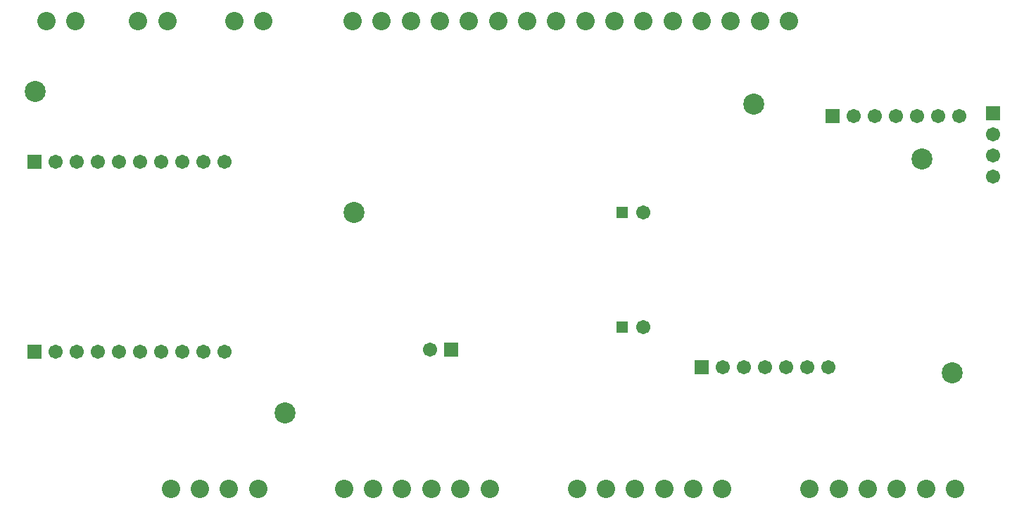
<source format=gbs>
G04*
G04 #@! TF.GenerationSoftware,Altium Limited,Altium Designer,21.0.9 (235)*
G04*
G04 Layer_Color=16711935*
%FSLAX25Y25*%
%MOIN*%
G70*
G04*
G04 #@! TF.SameCoordinates,A275BC4C-76E1-47BA-AFC5-B931A1449514*
G04*
G04*
G04 #@! TF.FilePolarity,Negative*
G04*
G01*
G75*
%ADD26C,0.09953*%
%ADD27R,0.06706X0.06706*%
%ADD28C,0.06706*%
%ADD29R,0.05524X0.05524*%
%ADD30R,0.06706X0.06706*%
%ADD31C,0.08674*%
D26*
X528811Y271811D02*
D03*
X259811Y246311D02*
D03*
X543311Y170311D02*
D03*
X449311Y297811D02*
D03*
X227311Y151311D02*
D03*
X108811Y303811D02*
D03*
D27*
X108500Y270500D02*
D03*
X486500Y292000D02*
D03*
X424500Y173000D02*
D03*
X108500Y180500D02*
D03*
X306000Y181500D02*
D03*
D28*
X118500Y270500D02*
D03*
X138500D02*
D03*
X148500D02*
D03*
X158500D02*
D03*
X168500D02*
D03*
X178500D02*
D03*
X188500D02*
D03*
X198500D02*
D03*
X128500D02*
D03*
X397000Y246500D02*
D03*
Y192000D02*
D03*
X506500Y292000D02*
D03*
X496500D02*
D03*
X516500D02*
D03*
X526500D02*
D03*
X536500D02*
D03*
X546500D02*
D03*
X562500Y283500D02*
D03*
Y273500D02*
D03*
Y263500D02*
D03*
X484500Y173000D02*
D03*
X474500D02*
D03*
X464500D02*
D03*
X454500D02*
D03*
X434500D02*
D03*
X444500D02*
D03*
X128500Y180500D02*
D03*
X198500D02*
D03*
X188500D02*
D03*
X178500D02*
D03*
X168500D02*
D03*
X158500D02*
D03*
X148500D02*
D03*
X138500D02*
D03*
X118500D02*
D03*
X296000Y181500D02*
D03*
D29*
X387000Y246500D02*
D03*
Y192000D02*
D03*
D30*
X562500Y293500D02*
D03*
D31*
X452220Y337000D02*
D03*
X466000D02*
D03*
X424661D02*
D03*
X438441D02*
D03*
X397102D02*
D03*
X410882D02*
D03*
X369543D02*
D03*
X383323D02*
D03*
X341984D02*
D03*
X355764D02*
D03*
X314425D02*
D03*
X328205D02*
D03*
X286866D02*
D03*
X300646D02*
D03*
X259307D02*
D03*
X273087D02*
D03*
X203221D02*
D03*
X217000D02*
D03*
X157720D02*
D03*
X171500D02*
D03*
X114220D02*
D03*
X128000D02*
D03*
X489472Y115500D02*
D03*
X475693D02*
D03*
X544591D02*
D03*
X530811D02*
D03*
X517031D02*
D03*
X503252D02*
D03*
X434354D02*
D03*
X420575D02*
D03*
X406795D02*
D03*
X393016D02*
D03*
X379236D02*
D03*
X365457D02*
D03*
X324118D02*
D03*
X310339D02*
D03*
X296559D02*
D03*
X282780D02*
D03*
X269000D02*
D03*
X255221D02*
D03*
X214559D02*
D03*
X200780D02*
D03*
X187000D02*
D03*
X173221D02*
D03*
M02*

</source>
